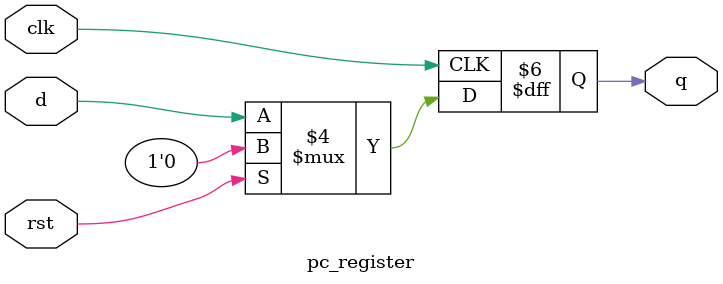
<source format=v>
module pc_register(q, d, rst, clk);
  parameter N = 1;
  parameter INIT = {N{1'b0}};
  output reg [N-1:0] q;
  input [N-1:0]      d;
  input 	      rst, clk;
  initial q = INIT;
  always @(posedge clk)
    if (rst) q <= INIT;
    else q <= d;
endmodule // REGISTER_R

</source>
